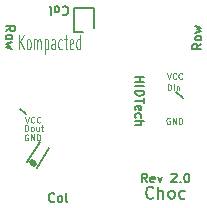
<source format=gto>
G04 #@! TF.GenerationSoftware,KiCad,Pcbnew,(5.1.5)-3*
G04 #@! TF.CreationDate,2020-05-06T13:52:35+02:00*
G04 #@! TF.ProjectId,Cherry-Mx-Bitboard-Re-19.05mm,43686572-7279-42d4-9d78-2d426974626f,1*
G04 #@! TF.SameCoordinates,Original*
G04 #@! TF.FileFunction,Legend,Top*
G04 #@! TF.FilePolarity,Positive*
%FSLAX46Y46*%
G04 Gerber Fmt 4.6, Leading zero omitted, Abs format (unit mm)*
G04 Created by KiCad (PCBNEW (5.1.5)-3) date 2020-05-06 13:52:35*
%MOMM*%
%LPD*%
G04 APERTURE LIST*
%ADD10C,0.150000*%
%ADD11C,0.125000*%
%ADD12C,0.187500*%
%ADD13C,0.500000*%
%ADD14C,2.000000*%
%ADD15C,3.000000*%
%ADD16C,4.000000*%
%ADD17C,1.701800*%
%ADD18R,2.600000X2.600000*%
%ADD19C,3.429000*%
%ADD20R,1.600000X2.600000*%
%ADD21C,1.600000*%
%ADD22C,0.100000*%
%ADD23R,1.000000X1.500000*%
%ADD24R,1.600000X1.600000*%
G04 APERTURE END LIST*
D10*
X90145000Y-47715000D02*
X90945000Y-47715000D01*
X90145000Y-47465000D02*
X90145000Y-47715000D01*
X91845000Y-45665000D02*
X91845000Y-47365000D01*
X90145000Y-45665000D02*
X91845000Y-45665000D01*
X90145000Y-47465000D02*
X90145000Y-45665000D01*
D11*
X85507957Y-49180476D02*
X85507957Y-47930476D01*
X85888871Y-49180476D02*
X85603185Y-48466190D01*
X85888871Y-47930476D02*
X85507957Y-48644761D01*
X86269785Y-49180476D02*
X86206300Y-49120952D01*
X86174557Y-49061428D01*
X86142814Y-48942380D01*
X86142814Y-48585238D01*
X86174557Y-48466190D01*
X86206300Y-48406666D01*
X86269785Y-48347142D01*
X86365014Y-48347142D01*
X86428500Y-48406666D01*
X86460242Y-48466190D01*
X86491985Y-48585238D01*
X86491985Y-48942380D01*
X86460242Y-49061428D01*
X86428500Y-49120952D01*
X86365014Y-49180476D01*
X86269785Y-49180476D01*
X86777671Y-49180476D02*
X86777671Y-48347142D01*
X86777671Y-48466190D02*
X86809414Y-48406666D01*
X86872900Y-48347142D01*
X86968128Y-48347142D01*
X87031614Y-48406666D01*
X87063357Y-48525714D01*
X87063357Y-49180476D01*
X87063357Y-48525714D02*
X87095100Y-48406666D01*
X87158585Y-48347142D01*
X87253814Y-48347142D01*
X87317300Y-48406666D01*
X87349042Y-48525714D01*
X87349042Y-49180476D01*
X87666471Y-48347142D02*
X87666471Y-49597142D01*
X87666471Y-48406666D02*
X87729957Y-48347142D01*
X87856928Y-48347142D01*
X87920414Y-48406666D01*
X87952157Y-48466190D01*
X87983900Y-48585238D01*
X87983900Y-48942380D01*
X87952157Y-49061428D01*
X87920414Y-49120952D01*
X87856928Y-49180476D01*
X87729957Y-49180476D01*
X87666471Y-49120952D01*
X88555271Y-49180476D02*
X88555271Y-48525714D01*
X88523528Y-48406666D01*
X88460042Y-48347142D01*
X88333071Y-48347142D01*
X88269585Y-48406666D01*
X88555271Y-49120952D02*
X88491785Y-49180476D01*
X88333071Y-49180476D01*
X88269585Y-49120952D01*
X88237842Y-49001904D01*
X88237842Y-48882857D01*
X88269585Y-48763809D01*
X88333071Y-48704285D01*
X88491785Y-48704285D01*
X88555271Y-48644761D01*
X89158385Y-49120952D02*
X89094900Y-49180476D01*
X88967928Y-49180476D01*
X88904442Y-49120952D01*
X88872700Y-49061428D01*
X88840957Y-48942380D01*
X88840957Y-48585238D01*
X88872700Y-48466190D01*
X88904442Y-48406666D01*
X88967928Y-48347142D01*
X89094900Y-48347142D01*
X89158385Y-48406666D01*
X89348842Y-48347142D02*
X89602785Y-48347142D01*
X89444071Y-47930476D02*
X89444071Y-49001904D01*
X89475814Y-49120952D01*
X89539300Y-49180476D01*
X89602785Y-49180476D01*
X90078928Y-49120952D02*
X90015442Y-49180476D01*
X89888471Y-49180476D01*
X89824985Y-49120952D01*
X89793242Y-49001904D01*
X89793242Y-48525714D01*
X89824985Y-48406666D01*
X89888471Y-48347142D01*
X90015442Y-48347142D01*
X90078928Y-48406666D01*
X90110671Y-48525714D01*
X90110671Y-48644761D01*
X89793242Y-48763809D01*
X90682042Y-49180476D02*
X90682042Y-47930476D01*
X90682042Y-49120952D02*
X90618557Y-49180476D01*
X90491585Y-49180476D01*
X90428100Y-49120952D01*
X90396357Y-49061428D01*
X90364614Y-48942380D01*
X90364614Y-48585238D01*
X90396357Y-48466190D01*
X90428100Y-48406666D01*
X90491585Y-48347142D01*
X90618557Y-48347142D01*
X90682042Y-48406666D01*
X86264047Y-56415000D02*
X86216428Y-56391190D01*
X86145000Y-56391190D01*
X86073571Y-56415000D01*
X86025952Y-56462619D01*
X86002142Y-56510238D01*
X85978333Y-56605476D01*
X85978333Y-56676904D01*
X86002142Y-56772142D01*
X86025952Y-56819761D01*
X86073571Y-56867380D01*
X86145000Y-56891190D01*
X86192619Y-56891190D01*
X86264047Y-56867380D01*
X86287857Y-56843571D01*
X86287857Y-56676904D01*
X86192619Y-56676904D01*
X86502142Y-56891190D02*
X86502142Y-56391190D01*
X86787857Y-56891190D01*
X86787857Y-56391190D01*
X87025952Y-56891190D02*
X87025952Y-56391190D01*
X87145000Y-56391190D01*
X87216428Y-56415000D01*
X87264047Y-56462619D01*
X87287857Y-56510238D01*
X87311666Y-56605476D01*
X87311666Y-56676904D01*
X87287857Y-56772142D01*
X87264047Y-56819761D01*
X87216428Y-56867380D01*
X87145000Y-56891190D01*
X87025952Y-56891190D01*
D10*
X85507260Y-54174845D02*
X86090913Y-54664588D01*
D11*
X86018809Y-56091190D02*
X86018809Y-55591190D01*
X86137857Y-55591190D01*
X86209285Y-55615000D01*
X86256904Y-55662619D01*
X86280714Y-55710238D01*
X86304523Y-55805476D01*
X86304523Y-55876904D01*
X86280714Y-55972142D01*
X86256904Y-56019761D01*
X86209285Y-56067380D01*
X86137857Y-56091190D01*
X86018809Y-56091190D01*
X86590238Y-56091190D02*
X86542619Y-56067380D01*
X86518809Y-56043571D01*
X86495000Y-55995952D01*
X86495000Y-55853095D01*
X86518809Y-55805476D01*
X86542619Y-55781666D01*
X86590238Y-55757857D01*
X86661666Y-55757857D01*
X86709285Y-55781666D01*
X86733095Y-55805476D01*
X86756904Y-55853095D01*
X86756904Y-55995952D01*
X86733095Y-56043571D01*
X86709285Y-56067380D01*
X86661666Y-56091190D01*
X86590238Y-56091190D01*
X87185476Y-55757857D02*
X87185476Y-56091190D01*
X86971190Y-55757857D02*
X86971190Y-56019761D01*
X86995000Y-56067380D01*
X87042619Y-56091190D01*
X87114047Y-56091190D01*
X87161666Y-56067380D01*
X87185476Y-56043571D01*
X87352142Y-55757857D02*
X87542619Y-55757857D01*
X87423571Y-55591190D02*
X87423571Y-56019761D01*
X87447380Y-56067380D01*
X87495000Y-56091190D01*
X87542619Y-56091190D01*
X86028333Y-54891190D02*
X86195000Y-55391190D01*
X86361666Y-54891190D01*
X86814047Y-55343571D02*
X86790238Y-55367380D01*
X86718809Y-55391190D01*
X86671190Y-55391190D01*
X86599761Y-55367380D01*
X86552142Y-55319761D01*
X86528333Y-55272142D01*
X86504523Y-55176904D01*
X86504523Y-55105476D01*
X86528333Y-55010238D01*
X86552142Y-54962619D01*
X86599761Y-54915000D01*
X86671190Y-54891190D01*
X86718809Y-54891190D01*
X86790238Y-54915000D01*
X86814047Y-54938809D01*
X87314047Y-55343571D02*
X87290238Y-55367380D01*
X87218809Y-55391190D01*
X87171190Y-55391190D01*
X87099761Y-55367380D01*
X87052142Y-55319761D01*
X87028333Y-55272142D01*
X87004523Y-55176904D01*
X87004523Y-55105476D01*
X87028333Y-55010238D01*
X87052142Y-54962619D01*
X87099761Y-54915000D01*
X87171190Y-54891190D01*
X87218809Y-54891190D01*
X87290238Y-54915000D01*
X87314047Y-54938809D01*
X98264047Y-55015000D02*
X98216428Y-54991190D01*
X98145000Y-54991190D01*
X98073571Y-55015000D01*
X98025952Y-55062619D01*
X98002142Y-55110238D01*
X97978333Y-55205476D01*
X97978333Y-55276904D01*
X98002142Y-55372142D01*
X98025952Y-55419761D01*
X98073571Y-55467380D01*
X98145000Y-55491190D01*
X98192619Y-55491190D01*
X98264047Y-55467380D01*
X98287857Y-55443571D01*
X98287857Y-55276904D01*
X98192619Y-55276904D01*
X98502142Y-55491190D02*
X98502142Y-54991190D01*
X98787857Y-55491190D01*
X98787857Y-54991190D01*
X99025952Y-55491190D02*
X99025952Y-54991190D01*
X99145000Y-54991190D01*
X99216428Y-55015000D01*
X99264047Y-55062619D01*
X99287857Y-55110238D01*
X99311666Y-55205476D01*
X99311666Y-55276904D01*
X99287857Y-55372142D01*
X99264047Y-55419761D01*
X99216428Y-55467380D01*
X99145000Y-55491190D01*
X99025952Y-55491190D01*
X98028333Y-51191190D02*
X98195000Y-51691190D01*
X98361666Y-51191190D01*
X98814047Y-51643571D02*
X98790238Y-51667380D01*
X98718809Y-51691190D01*
X98671190Y-51691190D01*
X98599761Y-51667380D01*
X98552142Y-51619761D01*
X98528333Y-51572142D01*
X98504523Y-51476904D01*
X98504523Y-51405476D01*
X98528333Y-51310238D01*
X98552142Y-51262619D01*
X98599761Y-51215000D01*
X98671190Y-51191190D01*
X98718809Y-51191190D01*
X98790238Y-51215000D01*
X98814047Y-51238809D01*
X99314047Y-51643571D02*
X99290238Y-51667380D01*
X99218809Y-51691190D01*
X99171190Y-51691190D01*
X99099761Y-51667380D01*
X99052142Y-51619761D01*
X99028333Y-51572142D01*
X99004523Y-51476904D01*
X99004523Y-51405476D01*
X99028333Y-51310238D01*
X99052142Y-51262619D01*
X99099761Y-51215000D01*
X99171190Y-51191190D01*
X99218809Y-51191190D01*
X99290238Y-51215000D01*
X99314047Y-51238809D01*
D10*
X98807260Y-52824845D02*
X99390913Y-53314588D01*
D11*
X98118809Y-52641190D02*
X98118809Y-52141190D01*
X98237857Y-52141190D01*
X98309285Y-52165000D01*
X98356904Y-52212619D01*
X98380714Y-52260238D01*
X98404523Y-52355476D01*
X98404523Y-52426904D01*
X98380714Y-52522142D01*
X98356904Y-52569761D01*
X98309285Y-52617380D01*
X98237857Y-52641190D01*
X98118809Y-52641190D01*
X98618809Y-52641190D02*
X98618809Y-52307857D01*
X98618809Y-52141190D02*
X98595000Y-52165000D01*
X98618809Y-52188809D01*
X98642619Y-52165000D01*
X98618809Y-52141190D01*
X98618809Y-52188809D01*
X98856904Y-52307857D02*
X98856904Y-52641190D01*
X98856904Y-52355476D02*
X98880714Y-52331666D01*
X98928333Y-52307857D01*
X98999761Y-52307857D01*
X99047380Y-52331666D01*
X99071190Y-52379285D01*
X99071190Y-52641190D01*
D10*
X96871190Y-61722142D02*
X96823571Y-61769761D01*
X96680714Y-61817380D01*
X96585476Y-61817380D01*
X96442619Y-61769761D01*
X96347380Y-61674523D01*
X96299761Y-61579285D01*
X96252142Y-61388809D01*
X96252142Y-61245952D01*
X96299761Y-61055476D01*
X96347380Y-60960238D01*
X96442619Y-60865000D01*
X96585476Y-60817380D01*
X96680714Y-60817380D01*
X96823571Y-60865000D01*
X96871190Y-60912619D01*
X97299761Y-61817380D02*
X97299761Y-60817380D01*
X97728333Y-61817380D02*
X97728333Y-61293571D01*
X97680714Y-61198333D01*
X97585476Y-61150714D01*
X97442619Y-61150714D01*
X97347380Y-61198333D01*
X97299761Y-61245952D01*
X98347380Y-61817380D02*
X98252142Y-61769761D01*
X98204523Y-61722142D01*
X98156904Y-61626904D01*
X98156904Y-61341190D01*
X98204523Y-61245952D01*
X98252142Y-61198333D01*
X98347380Y-61150714D01*
X98490238Y-61150714D01*
X98585476Y-61198333D01*
X98633095Y-61245952D01*
X98680714Y-61341190D01*
X98680714Y-61626904D01*
X98633095Y-61722142D01*
X98585476Y-61769761D01*
X98490238Y-61817380D01*
X98347380Y-61817380D01*
X99537857Y-61769761D02*
X99442619Y-61817380D01*
X99252142Y-61817380D01*
X99156904Y-61769761D01*
X99109285Y-61722142D01*
X99061666Y-61626904D01*
X99061666Y-61341190D01*
X99109285Y-61245952D01*
X99156904Y-61198333D01*
X99252142Y-61150714D01*
X99442619Y-61150714D01*
X99537857Y-61198333D01*
X96338828Y-60454285D02*
X96088828Y-60097142D01*
X95910257Y-60454285D02*
X95910257Y-59704285D01*
X96195971Y-59704285D01*
X96267400Y-59740000D01*
X96303114Y-59775714D01*
X96338828Y-59847142D01*
X96338828Y-59954285D01*
X96303114Y-60025714D01*
X96267400Y-60061428D01*
X96195971Y-60097142D01*
X95910257Y-60097142D01*
X96945971Y-60418571D02*
X96874542Y-60454285D01*
X96731685Y-60454285D01*
X96660257Y-60418571D01*
X96624542Y-60347142D01*
X96624542Y-60061428D01*
X96660257Y-59990000D01*
X96731685Y-59954285D01*
X96874542Y-59954285D01*
X96945971Y-59990000D01*
X96981685Y-60061428D01*
X96981685Y-60132857D01*
X96624542Y-60204285D01*
X97231685Y-59954285D02*
X97410257Y-60454285D01*
X97588828Y-59954285D01*
X98410257Y-59775714D02*
X98445971Y-59740000D01*
X98517400Y-59704285D01*
X98695971Y-59704285D01*
X98767400Y-59740000D01*
X98803114Y-59775714D01*
X98838828Y-59847142D01*
X98838828Y-59918571D01*
X98803114Y-60025714D01*
X98374542Y-60454285D01*
X98838828Y-60454285D01*
X99160257Y-60382857D02*
X99195971Y-60418571D01*
X99160257Y-60454285D01*
X99124542Y-60418571D01*
X99160257Y-60382857D01*
X99160257Y-60454285D01*
X99660257Y-59704285D02*
X99731685Y-59704285D01*
X99803114Y-59740000D01*
X99838828Y-59775714D01*
X99874542Y-59847142D01*
X99910257Y-59990000D01*
X99910257Y-60168571D01*
X99874542Y-60311428D01*
X99838828Y-60382857D01*
X99803114Y-60418571D01*
X99731685Y-60454285D01*
X99660257Y-60454285D01*
X99588828Y-60418571D01*
X99553114Y-60382857D01*
X99517400Y-60311428D01*
X99481685Y-60168571D01*
X99481685Y-59990000D01*
X99517400Y-59847142D01*
X99553114Y-59775714D01*
X99588828Y-59740000D01*
X99660257Y-59704285D01*
D12*
X88491428Y-62032857D02*
X88455714Y-62068571D01*
X88348571Y-62104285D01*
X88277142Y-62104285D01*
X88170000Y-62068571D01*
X88098571Y-61997142D01*
X88062857Y-61925714D01*
X88027142Y-61782857D01*
X88027142Y-61675714D01*
X88062857Y-61532857D01*
X88098571Y-61461428D01*
X88170000Y-61390000D01*
X88277142Y-61354285D01*
X88348571Y-61354285D01*
X88455714Y-61390000D01*
X88491428Y-61425714D01*
X88920000Y-62104285D02*
X88848571Y-62068571D01*
X88812857Y-62032857D01*
X88777142Y-61961428D01*
X88777142Y-61747142D01*
X88812857Y-61675714D01*
X88848571Y-61640000D01*
X88920000Y-61604285D01*
X89027142Y-61604285D01*
X89098571Y-61640000D01*
X89134285Y-61675714D01*
X89170000Y-61747142D01*
X89170000Y-61961428D01*
X89134285Y-62032857D01*
X89098571Y-62068571D01*
X89027142Y-62104285D01*
X88920000Y-62104285D01*
X89598571Y-62104285D02*
X89527142Y-62068571D01*
X89491428Y-61997142D01*
X89491428Y-61354285D01*
X89198571Y-45597142D02*
X89234285Y-45561428D01*
X89341428Y-45525714D01*
X89412857Y-45525714D01*
X89520000Y-45561428D01*
X89591428Y-45632857D01*
X89627142Y-45704285D01*
X89662857Y-45847142D01*
X89662857Y-45954285D01*
X89627142Y-46097142D01*
X89591428Y-46168571D01*
X89520000Y-46240000D01*
X89412857Y-46275714D01*
X89341428Y-46275714D01*
X89234285Y-46240000D01*
X89198571Y-46204285D01*
X88770000Y-45525714D02*
X88841428Y-45561428D01*
X88877142Y-45597142D01*
X88912857Y-45668571D01*
X88912857Y-45882857D01*
X88877142Y-45954285D01*
X88841428Y-45990000D01*
X88770000Y-46025714D01*
X88662857Y-46025714D01*
X88591428Y-45990000D01*
X88555714Y-45954285D01*
X88520000Y-45882857D01*
X88520000Y-45668571D01*
X88555714Y-45597142D01*
X88591428Y-45561428D01*
X88662857Y-45525714D01*
X88770000Y-45525714D01*
X88091428Y-45525714D02*
X88162857Y-45561428D01*
X88198571Y-45632857D01*
X88198571Y-46275714D01*
X100934285Y-48715000D02*
X100577142Y-48965000D01*
X100934285Y-49143571D02*
X100184285Y-49143571D01*
X100184285Y-48857857D01*
X100220000Y-48786428D01*
X100255714Y-48750714D01*
X100327142Y-48715000D01*
X100434285Y-48715000D01*
X100505714Y-48750714D01*
X100541428Y-48786428D01*
X100577142Y-48857857D01*
X100577142Y-49143571D01*
X100934285Y-48286428D02*
X100898571Y-48357857D01*
X100862857Y-48393571D01*
X100791428Y-48429285D01*
X100577142Y-48429285D01*
X100505714Y-48393571D01*
X100470000Y-48357857D01*
X100434285Y-48286428D01*
X100434285Y-48179285D01*
X100470000Y-48107857D01*
X100505714Y-48072142D01*
X100577142Y-48036428D01*
X100791428Y-48036428D01*
X100862857Y-48072142D01*
X100898571Y-48107857D01*
X100934285Y-48179285D01*
X100934285Y-48286428D01*
X100434285Y-47786428D02*
X100934285Y-47643571D01*
X100577142Y-47500714D01*
X100934285Y-47357857D01*
X100434285Y-47215000D01*
X84405714Y-47665000D02*
X84762857Y-47415000D01*
X84405714Y-47236428D02*
X85155714Y-47236428D01*
X85155714Y-47522142D01*
X85120000Y-47593571D01*
X85084285Y-47629285D01*
X85012857Y-47665000D01*
X84905714Y-47665000D01*
X84834285Y-47629285D01*
X84798571Y-47593571D01*
X84762857Y-47522142D01*
X84762857Y-47236428D01*
X84405714Y-48093571D02*
X84441428Y-48022142D01*
X84477142Y-47986428D01*
X84548571Y-47950714D01*
X84762857Y-47950714D01*
X84834285Y-47986428D01*
X84870000Y-48022142D01*
X84905714Y-48093571D01*
X84905714Y-48200714D01*
X84870000Y-48272142D01*
X84834285Y-48307857D01*
X84762857Y-48343571D01*
X84548571Y-48343571D01*
X84477142Y-48307857D01*
X84441428Y-48272142D01*
X84405714Y-48200714D01*
X84405714Y-48093571D01*
X84905714Y-48593571D02*
X84405714Y-48736428D01*
X84762857Y-48879285D01*
X84405714Y-49022142D01*
X84905714Y-49165000D01*
D10*
X95355714Y-51529285D02*
X96105714Y-51529285D01*
X95748571Y-51529285D02*
X95748571Y-51957857D01*
X95355714Y-51957857D02*
X96105714Y-51957857D01*
X95355714Y-52315000D02*
X96105714Y-52315000D01*
X95355714Y-52672142D02*
X96105714Y-52672142D01*
X96105714Y-52850714D01*
X96070000Y-52957857D01*
X95998571Y-53029285D01*
X95927142Y-53065000D01*
X95784285Y-53100714D01*
X95677142Y-53100714D01*
X95534285Y-53065000D01*
X95462857Y-53029285D01*
X95391428Y-52957857D01*
X95355714Y-52850714D01*
X95355714Y-52672142D01*
X96105714Y-53315000D02*
X96105714Y-53743571D01*
X95355714Y-53529285D02*
X96105714Y-53529285D01*
X95391428Y-54279285D02*
X95355714Y-54207857D01*
X95355714Y-54065000D01*
X95391428Y-53993571D01*
X95462857Y-53957857D01*
X95748571Y-53957857D01*
X95820000Y-53993571D01*
X95855714Y-54065000D01*
X95855714Y-54207857D01*
X95820000Y-54279285D01*
X95748571Y-54315000D01*
X95677142Y-54315000D01*
X95605714Y-53957857D01*
X95391428Y-54957857D02*
X95355714Y-54886428D01*
X95355714Y-54743571D01*
X95391428Y-54672142D01*
X95427142Y-54636428D01*
X95498571Y-54600714D01*
X95712857Y-54600714D01*
X95784285Y-54636428D01*
X95820000Y-54672142D01*
X95855714Y-54743571D01*
X95855714Y-54886428D01*
X95820000Y-54957857D01*
X95355714Y-55279285D02*
X96105714Y-55279285D01*
X95355714Y-55600714D02*
X95748571Y-55600714D01*
X95820000Y-55565000D01*
X95855714Y-55493571D01*
X95855714Y-55386428D01*
X95820000Y-55315000D01*
X95784285Y-55279285D01*
X86164212Y-58704222D02*
X87238811Y-57017439D01*
X87007603Y-59241521D02*
X88082202Y-57554738D01*
D13*
X86609028Y-58750463D02*
X86777706Y-58857923D01*
%LPC*%
D14*
X87565000Y-53815000D03*
D15*
X88835000Y-51275000D03*
D16*
X92645000Y-53815000D03*
D15*
X95185000Y-48735000D03*
D14*
X97725000Y-53815000D03*
D17*
X98145000Y-53815000D03*
X87145000Y-53815000D03*
D18*
X89370000Y-59765000D03*
D15*
X97645000Y-57565000D03*
D19*
X92645000Y-53815000D03*
D15*
X92645000Y-59765000D03*
D20*
X100395000Y-57565000D03*
D21*
X89189223Y-54938357D03*
D22*
G36*
X85339873Y-62469553D02*
G01*
X83990447Y-61609873D01*
X84850127Y-60260447D01*
X86199553Y-61120127D01*
X85339873Y-62469553D01*
G37*
D23*
X91033600Y-46659800D03*
X94233600Y-46659800D03*
X91033600Y-51559800D03*
X94233600Y-51559800D03*
D21*
X87045000Y-61515000D03*
D22*
G36*
X88128280Y-57435882D02*
G01*
X87327058Y-56925447D01*
X88025548Y-55829038D01*
X88826770Y-56339473D01*
X88128280Y-57435882D01*
G37*
G36*
X86220866Y-60429922D02*
G01*
X85419644Y-59919487D01*
X86118134Y-58823078D01*
X86919356Y-59333513D01*
X86220866Y-60429922D01*
G37*
D21*
X84963000Y-53615000D03*
D24*
X100345000Y-55165000D03*
D21*
X87045000Y-46115000D03*
X84963000Y-55415000D03*
X100345000Y-51565000D03*
D24*
X84963000Y-57215000D03*
D21*
X100345000Y-53365000D03*
X100245000Y-46215000D03*
X85045000Y-46215000D03*
M02*

</source>
